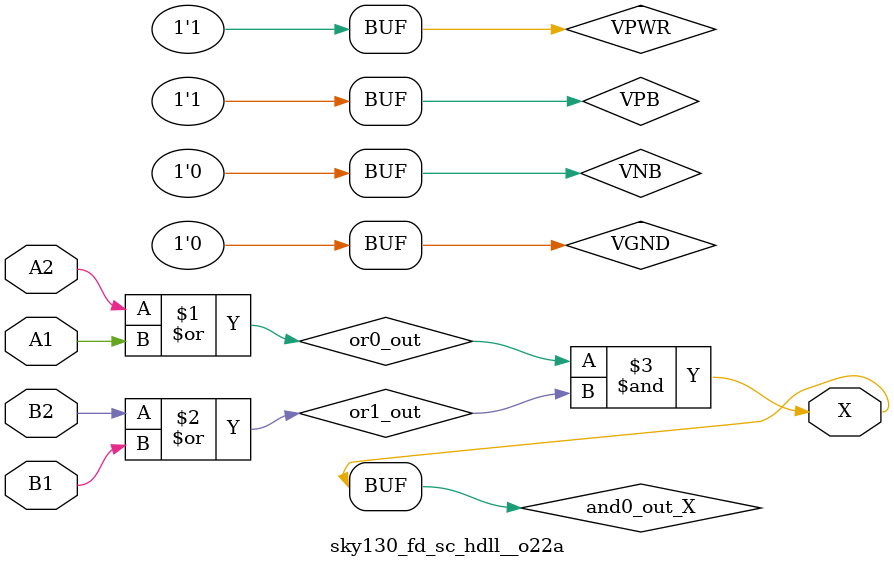
<source format=v>
/*
 * Copyright 2020 The SkyWater PDK Authors
 *
 * Licensed under the Apache License, Version 2.0 (the "License");
 * you may not use this file except in compliance with the License.
 * You may obtain a copy of the License at
 *
 *     https://www.apache.org/licenses/LICENSE-2.0
 *
 * Unless required by applicable law or agreed to in writing, software
 * distributed under the License is distributed on an "AS IS" BASIS,
 * WITHOUT WARRANTIES OR CONDITIONS OF ANY KIND, either express or implied.
 * See the License for the specific language governing permissions and
 * limitations under the License.
 *
 * SPDX-License-Identifier: Apache-2.0
*/


`ifndef SKY130_FD_SC_HDLL__O22A_BEHAVIORAL_V
`define SKY130_FD_SC_HDLL__O22A_BEHAVIORAL_V

/**
 * o22a: 2-input OR into both inputs of 2-input AND.
 *
 *       X = ((A1 | A2) & (B1 | B2))
 *
 * Verilog simulation functional model.
 */

`timescale 1ns / 1ps
`default_nettype none

`celldefine
module sky130_fd_sc_hdll__o22a (
    X ,
    A1,
    A2,
    B1,
    B2
);

    // Module ports
    output X ;
    input  A1;
    input  A2;
    input  B1;
    input  B2;

    // Module supplies
    supply1 VPWR;
    supply0 VGND;
    supply1 VPB ;
    supply0 VNB ;

    // Local signals
    wire or0_out   ;
    wire or1_out   ;
    wire and0_out_X;

    //  Name  Output      Other arguments
    or  or0  (or0_out   , A2, A1          );
    or  or1  (or1_out   , B2, B1          );
    and and0 (and0_out_X, or0_out, or1_out);
    buf buf0 (X         , and0_out_X      );

endmodule
`endcelldefine

`default_nettype wire
`endif  // SKY130_FD_SC_HDLL__O22A_BEHAVIORAL_V
</source>
